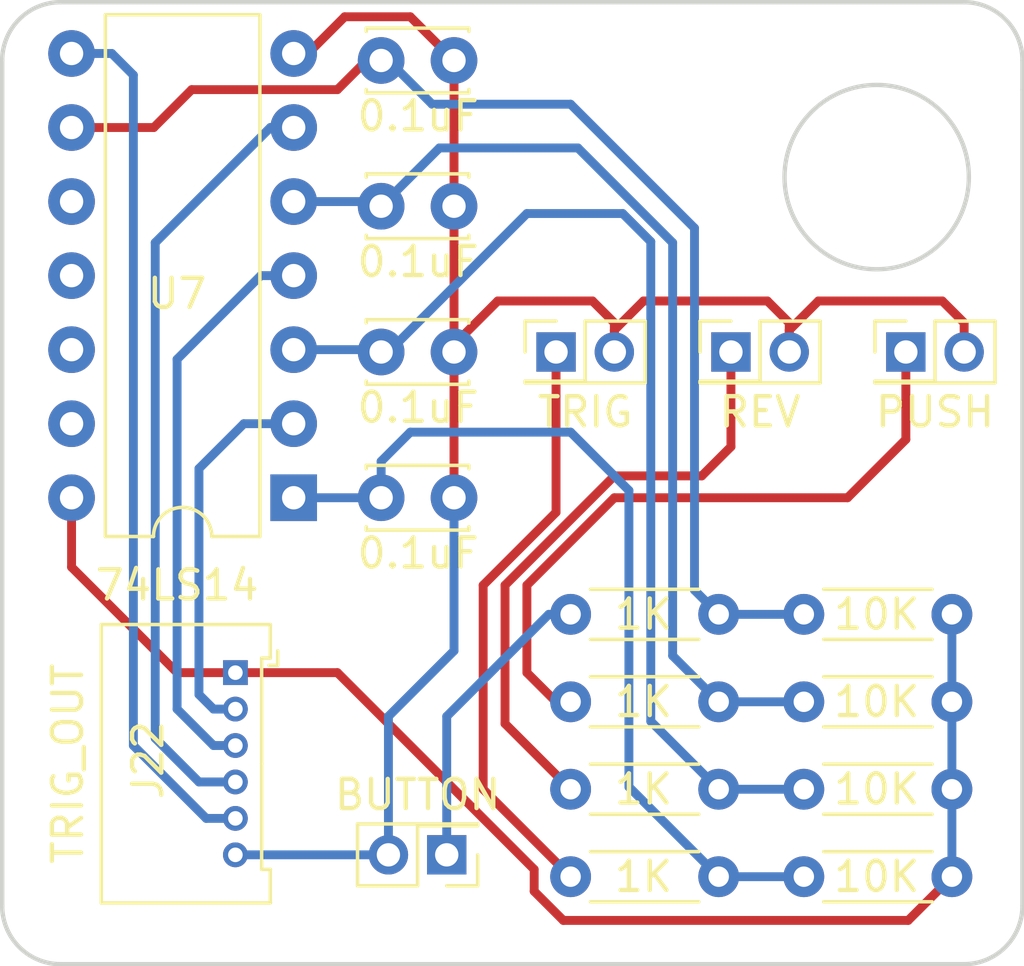
<source format=kicad_pcb>
(kicad_pcb (version 4) (host pcbnew 4.0.7)

  (general
    (links 34)
    (no_connects 0)
    (area 221.922999 92.289999 257.073001 125.440001)
    (thickness 1.6)
    (drawings 19)
    (tracks 116)
    (zones 0)
    (modules 18)
    (nets 15)
  )

  (page A4)
  (title_block
    (date "lun. 30 mars 2015")
  )

  (layers
    (0 F.Cu signal)
    (31 B.Cu signal)
    (32 B.Adhes user)
    (33 F.Adhes user)
    (34 B.Paste user)
    (35 F.Paste user)
    (36 B.SilkS user)
    (37 F.SilkS user)
    (38 B.Mask user)
    (39 F.Mask user)
    (40 Dwgs.User user hide)
    (41 Cmts.User user)
    (42 Eco1.User user)
    (43 Eco2.User user)
    (44 Edge.Cuts user)
    (45 Margin user)
    (46 B.CrtYd user)
    (47 F.CrtYd user)
    (48 B.Fab user)
    (49 F.Fab user)
  )

  (setup
    (last_trace_width 0.25)
    (user_trace_width 0.254)
    (user_trace_width 0.3048)
    (user_trace_width 0.4064)
    (user_trace_width 0.6096)
    (user_trace_width 0.9144)
    (user_trace_width 1.524)
    (user_trace_width 2.032)
    (trace_clearance 0.2)
    (zone_clearance 0.35)
    (zone_45_only no)
    (trace_min 0.2)
    (segment_width 0.15)
    (edge_width 0.15)
    (via_size 0.6)
    (via_drill 0.4)
    (via_min_size 0.4)
    (via_min_drill 0.3)
    (uvia_size 0.3)
    (uvia_drill 0.1)
    (uvias_allowed no)
    (uvia_min_size 0.2)
    (uvia_min_drill 0.1)
    (pcb_text_width 0.3)
    (pcb_text_size 1.5 1.5)
    (mod_edge_width 0.15)
    (mod_text_size 1 1)
    (mod_text_width 0.15)
    (pad_size 3 3)
    (pad_drill 3)
    (pad_to_mask_clearance 0)
    (aux_axis_origin 110.998 126.365)
    (grid_origin 110.998 126.365)
    (visible_elements 7FFFFFFF)
    (pcbplotparams
      (layerselection 0x010f0_80000001)
      (usegerberextensions true)
      (excludeedgelayer true)
      (linewidth 0.100000)
      (plotframeref false)
      (viasonmask false)
      (mode 1)
      (useauxorigin false)
      (hpglpennumber 1)
      (hpglpenspeed 20)
      (hpglpendiameter 15)
      (hpglpenoverlay 2)
      (psnegative false)
      (psa4output false)
      (plotreference true)
      (plotvalue true)
      (plotinvisibletext false)
      (padsonsilk false)
      (subtractmaskfromsilk false)
      (outputformat 1)
      (mirror false)
      (drillshape 0)
      (scaleselection 1)
      (outputdirectory gerbers/))
  )

  (net 0 "")
  (net 1 GND)
  (net 2 VCC)
  (net 3 /TRIG)
  (net 4 "Net-(C6-Pad1)")
  (net 5 "Net-(C7-Pad1)")
  (net 6 "Net-(C8-Pad1)")
  (net 7 "Net-(C10-Pad1)")
  (net 8 "Net-(J6-Pad1)")
  (net 9 "Net-(J19-Pad1)")
  (net 10 "Net-(J20-Pad1)")
  (net 11 "Net-(J21-Pad1)")
  (net 12 /REV)
  (net 13 /PUSHER)
  (net 14 /BUTTON)

  (net_class Default "This is the default net class."
    (clearance 0.2)
    (trace_width 0.25)
    (via_dia 0.6)
    (via_drill 0.4)
    (uvia_dia 0.3)
    (uvia_drill 0.1)
    (add_net /BUTTON)
    (add_net /PUSHER)
    (add_net /REV)
    (add_net /TRIG)
    (add_net GND)
    (add_net "Net-(C10-Pad1)")
    (add_net "Net-(C6-Pad1)")
    (add_net "Net-(C7-Pad1)")
    (add_net "Net-(C8-Pad1)")
    (add_net "Net-(J19-Pad1)")
    (add_net "Net-(J20-Pad1)")
    (add_net "Net-(J21-Pad1)")
    (add_net "Net-(J6-Pad1)")
    (add_net VCC)
  )

  (module footprints:R__P5.08mm (layer F.Cu) (tedit 5CE6B6CD) (tstamp 5CDF7B01)
    (at 251.998 116.365)
    (descr "Resistor, Axial_DIN0204 series, Axial, Horizontal, pin pitch=5.08mm, 0.16666666666666666W = 1/6W, length*diameter=3.6*1.6mm^2, http://cdn-reichelt.de/documents/datenblatt/B400/1_4W%23YAG.pdf")
    (tags "Resistor Axial_DIN0204 series Axial Horizontal pin pitch 5.08mm 0.16666666666666666W = 1/6W length 3.6mm diameter 1.6mm")
    (path /5CE121EF)
    (fp_text reference R10 (at 0 0) (layer F.SilkS) hide
      (effects (font (size 1 1) (thickness 0.15)))
    )
    (fp_text value 10K (at 0 0) (layer F.SilkS)
      (effects (font (size 1 1) (thickness 0.15)))
    )
    (fp_line (start -1.76 -0.8) (end -1.76 0.8) (layer F.Fab) (width 0.1))
    (fp_line (start -1.76 0.8) (end 1.84 0.8) (layer F.Fab) (width 0.1))
    (fp_line (start 1.84 0.8) (end 1.84 -0.8) (layer F.Fab) (width 0.1))
    (fp_line (start 1.84 -0.8) (end -1.76 -0.8) (layer F.Fab) (width 0.1))
    (fp_line (start -2.5 0) (end -1.76 0) (layer F.Fab) (width 0.1))
    (fp_line (start 2.58 0) (end 1.84 0) (layer F.Fab) (width 0.1))
    (fp_line (start -1.82 -0.86) (end 1.9 -0.86) (layer F.SilkS) (width 0.12))
    (fp_line (start -1.82 0.86) (end 1.9 0.86) (layer F.SilkS) (width 0.12))
    (fp_line (start -3.45 -1.15) (end -3.45 1.15) (layer F.CrtYd) (width 0.05))
    (fp_line (start -3.45 1.15) (end 3.55 1.15) (layer F.CrtYd) (width 0.05))
    (fp_line (start 3.55 1.15) (end 3.55 -1.15) (layer F.CrtYd) (width 0.05))
    (fp_line (start 3.55 -1.15) (end -3.45 -1.15) (layer F.CrtYd) (width 0.05))
    (pad 1 thru_hole circle (at -2.5 0) (size 1.4 1.4) (drill 0.7) (layers *.Cu *.Mask)
      (net 6 "Net-(C8-Pad1)"))
    (pad 2 thru_hole oval (at 2.58 0) (size 1.4 1.4) (drill 0.7) (layers *.Cu *.Mask)
      (net 2 VCC))
    (model ${KISYS3DMOD}/Resistors_THT.3dshapes/R_Axial_DIN0204_L3.6mm_D1.6mm_P5.08mm_Horizontal.wrl
      (at (xyz 0 0 0))
      (scale (xyz 0.393701 0.393701 0.393701))
      (rotate (xyz 0 0 0))
    )
  )

  (module footprints:R__P5.08mm (layer F.Cu) (tedit 5CE6B6CD) (tstamp 5CDF7E49)
    (at 251.998 122.365)
    (descr "Resistor, Axial_DIN0204 series, Axial, Horizontal, pin pitch=5.08mm, 0.16666666666666666W = 1/6W, length*diameter=3.6*1.6mm^2, http://cdn-reichelt.de/documents/datenblatt/B400/1_4W%23YAG.pdf")
    (tags "Resistor Axial_DIN0204 series Axial Horizontal pin pitch 5.08mm 0.16666666666666666W = 1/6W length 3.6mm diameter 1.6mm")
    (path /5CE0DBDA)
    (fp_text reference R4 (at 0 0) (layer F.SilkS) hide
      (effects (font (size 1 1) (thickness 0.15)))
    )
    (fp_text value 10K (at 0 0) (layer F.SilkS)
      (effects (font (size 1 1) (thickness 0.15)))
    )
    (fp_line (start -1.76 -0.8) (end -1.76 0.8) (layer F.Fab) (width 0.1))
    (fp_line (start -1.76 0.8) (end 1.84 0.8) (layer F.Fab) (width 0.1))
    (fp_line (start 1.84 0.8) (end 1.84 -0.8) (layer F.Fab) (width 0.1))
    (fp_line (start 1.84 -0.8) (end -1.76 -0.8) (layer F.Fab) (width 0.1))
    (fp_line (start -2.5 0) (end -1.76 0) (layer F.Fab) (width 0.1))
    (fp_line (start 2.58 0) (end 1.84 0) (layer F.Fab) (width 0.1))
    (fp_line (start -1.82 -0.86) (end 1.9 -0.86) (layer F.SilkS) (width 0.12))
    (fp_line (start -1.82 0.86) (end 1.9 0.86) (layer F.SilkS) (width 0.12))
    (fp_line (start -3.45 -1.15) (end -3.45 1.15) (layer F.CrtYd) (width 0.05))
    (fp_line (start -3.45 1.15) (end 3.55 1.15) (layer F.CrtYd) (width 0.05))
    (fp_line (start 3.55 1.15) (end 3.55 -1.15) (layer F.CrtYd) (width 0.05))
    (fp_line (start 3.55 -1.15) (end -3.45 -1.15) (layer F.CrtYd) (width 0.05))
    (pad 1 thru_hole circle (at -2.5 0) (size 1.4 1.4) (drill 0.7) (layers *.Cu *.Mask)
      (net 4 "Net-(C6-Pad1)"))
    (pad 2 thru_hole oval (at 2.58 0) (size 1.4 1.4) (drill 0.7) (layers *.Cu *.Mask)
      (net 2 VCC))
    (model ${KISYS3DMOD}/Resistors_THT.3dshapes/R_Axial_DIN0204_L3.6mm_D1.6mm_P5.08mm_Horizontal.wrl
      (at (xyz 0 0 0))
      (scale (xyz 0.393701 0.393701 0.393701))
      (rotate (xyz 0 0 0))
    )
  )

  (module footprints:R__P5.08mm (layer F.Cu) (tedit 5CE6B6CD) (tstamp 5CDF7E55)
    (at 251.998 119.365)
    (descr "Resistor, Axial_DIN0204 series, Axial, Horizontal, pin pitch=5.08mm, 0.16666666666666666W = 1/6W, length*diameter=3.6*1.6mm^2, http://cdn-reichelt.de/documents/datenblatt/B400/1_4W%23YAG.pdf")
    (tags "Resistor Axial_DIN0204 series Axial Horizontal pin pitch 5.08mm 0.16666666666666666W = 1/6W length 3.6mm diameter 1.6mm")
    (path /5CE1198B)
    (fp_text reference R6 (at 0 0) (layer F.SilkS) hide
      (effects (font (size 1 1) (thickness 0.15)))
    )
    (fp_text value 10K (at 0 0) (layer F.SilkS)
      (effects (font (size 1 1) (thickness 0.15)))
    )
    (fp_line (start -1.76 -0.8) (end -1.76 0.8) (layer F.Fab) (width 0.1))
    (fp_line (start -1.76 0.8) (end 1.84 0.8) (layer F.Fab) (width 0.1))
    (fp_line (start 1.84 0.8) (end 1.84 -0.8) (layer F.Fab) (width 0.1))
    (fp_line (start 1.84 -0.8) (end -1.76 -0.8) (layer F.Fab) (width 0.1))
    (fp_line (start -2.5 0) (end -1.76 0) (layer F.Fab) (width 0.1))
    (fp_line (start 2.58 0) (end 1.84 0) (layer F.Fab) (width 0.1))
    (fp_line (start -1.82 -0.86) (end 1.9 -0.86) (layer F.SilkS) (width 0.12))
    (fp_line (start -1.82 0.86) (end 1.9 0.86) (layer F.SilkS) (width 0.12))
    (fp_line (start -3.45 -1.15) (end -3.45 1.15) (layer F.CrtYd) (width 0.05))
    (fp_line (start -3.45 1.15) (end 3.55 1.15) (layer F.CrtYd) (width 0.05))
    (fp_line (start 3.55 1.15) (end 3.55 -1.15) (layer F.CrtYd) (width 0.05))
    (fp_line (start 3.55 -1.15) (end -3.45 -1.15) (layer F.CrtYd) (width 0.05))
    (pad 1 thru_hole circle (at -2.5 0) (size 1.4 1.4) (drill 0.7) (layers *.Cu *.Mask)
      (net 5 "Net-(C7-Pad1)"))
    (pad 2 thru_hole oval (at 2.58 0) (size 1.4 1.4) (drill 0.7) (layers *.Cu *.Mask)
      (net 2 VCC))
    (model ${KISYS3DMOD}/Resistors_THT.3dshapes/R_Axial_DIN0204_L3.6mm_D1.6mm_P5.08mm_Horizontal.wrl
      (at (xyz 0 0 0))
      (scale (xyz 0.393701 0.393701 0.393701))
      (rotate (xyz 0 0 0))
    )
  )

  (module footprints:R__P5.08mm (layer F.Cu) (tedit 5CE6B6CD) (tstamp 5CDF7B07)
    (at 243.998 116.365)
    (descr "Resistor, Axial_DIN0204 series, Axial, Horizontal, pin pitch=5.08mm, 0.16666666666666666W = 1/6W, length*diameter=3.6*1.6mm^2, http://cdn-reichelt.de/documents/datenblatt/B400/1_4W%23YAG.pdf")
    (tags "Resistor Axial_DIN0204 series Axial Horizontal pin pitch 5.08mm 0.16666666666666666W = 1/6W length 3.6mm diameter 1.6mm")
    (path /5CE121F5)
    (fp_text reference R11 (at 0 0) (layer F.SilkS) hide
      (effects (font (size 1 1) (thickness 0.15)))
    )
    (fp_text value 1K (at 0 0) (layer F.SilkS)
      (effects (font (size 1 1) (thickness 0.15)))
    )
    (fp_line (start -1.76 -0.8) (end -1.76 0.8) (layer F.Fab) (width 0.1))
    (fp_line (start -1.76 0.8) (end 1.84 0.8) (layer F.Fab) (width 0.1))
    (fp_line (start 1.84 0.8) (end 1.84 -0.8) (layer F.Fab) (width 0.1))
    (fp_line (start 1.84 -0.8) (end -1.76 -0.8) (layer F.Fab) (width 0.1))
    (fp_line (start -2.5 0) (end -1.76 0) (layer F.Fab) (width 0.1))
    (fp_line (start 2.58 0) (end 1.84 0) (layer F.Fab) (width 0.1))
    (fp_line (start -1.82 -0.86) (end 1.9 -0.86) (layer F.SilkS) (width 0.12))
    (fp_line (start -1.82 0.86) (end 1.9 0.86) (layer F.SilkS) (width 0.12))
    (fp_line (start -3.45 -1.15) (end -3.45 1.15) (layer F.CrtYd) (width 0.05))
    (fp_line (start -3.45 1.15) (end 3.55 1.15) (layer F.CrtYd) (width 0.05))
    (fp_line (start 3.55 1.15) (end 3.55 -1.15) (layer F.CrtYd) (width 0.05))
    (fp_line (start 3.55 -1.15) (end -3.45 -1.15) (layer F.CrtYd) (width 0.05))
    (pad 1 thru_hole circle (at -2.5 0) (size 1.4 1.4) (drill 0.7) (layers *.Cu *.Mask)
      (net 10 "Net-(J20-Pad1)"))
    (pad 2 thru_hole oval (at 2.58 0) (size 1.4 1.4) (drill 0.7) (layers *.Cu *.Mask)
      (net 6 "Net-(C8-Pad1)"))
    (model ${KISYS3DMOD}/Resistors_THT.3dshapes/R_Axial_DIN0204_L3.6mm_D1.6mm_P5.08mm_Horizontal.wrl
      (at (xyz 0 0 0))
      (scale (xyz 0.393701 0.393701 0.393701))
      (rotate (xyz 0 0 0))
    )
  )

  (module footprints:R__P5.08mm (layer F.Cu) (tedit 5CE6B6CD) (tstamp 5CDF7E5B)
    (at 243.998 119.365)
    (descr "Resistor, Axial_DIN0204 series, Axial, Horizontal, pin pitch=5.08mm, 0.16666666666666666W = 1/6W, length*diameter=3.6*1.6mm^2, http://cdn-reichelt.de/documents/datenblatt/B400/1_4W%23YAG.pdf")
    (tags "Resistor Axial_DIN0204 series Axial Horizontal pin pitch 5.08mm 0.16666666666666666W = 1/6W length 3.6mm diameter 1.6mm")
    (path /5CE11991)
    (fp_text reference R7 (at 0 0) (layer F.SilkS) hide
      (effects (font (size 1 1) (thickness 0.15)))
    )
    (fp_text value 1K (at 0 0) (layer F.SilkS)
      (effects (font (size 1 1) (thickness 0.15)))
    )
    (fp_line (start -1.76 -0.8) (end -1.76 0.8) (layer F.Fab) (width 0.1))
    (fp_line (start -1.76 0.8) (end 1.84 0.8) (layer F.Fab) (width 0.1))
    (fp_line (start 1.84 0.8) (end 1.84 -0.8) (layer F.Fab) (width 0.1))
    (fp_line (start 1.84 -0.8) (end -1.76 -0.8) (layer F.Fab) (width 0.1))
    (fp_line (start -2.5 0) (end -1.76 0) (layer F.Fab) (width 0.1))
    (fp_line (start 2.58 0) (end 1.84 0) (layer F.Fab) (width 0.1))
    (fp_line (start -1.82 -0.86) (end 1.9 -0.86) (layer F.SilkS) (width 0.12))
    (fp_line (start -1.82 0.86) (end 1.9 0.86) (layer F.SilkS) (width 0.12))
    (fp_line (start -3.45 -1.15) (end -3.45 1.15) (layer F.CrtYd) (width 0.05))
    (fp_line (start -3.45 1.15) (end 3.55 1.15) (layer F.CrtYd) (width 0.05))
    (fp_line (start 3.55 1.15) (end 3.55 -1.15) (layer F.CrtYd) (width 0.05))
    (fp_line (start 3.55 -1.15) (end -3.45 -1.15) (layer F.CrtYd) (width 0.05))
    (pad 1 thru_hole circle (at -2.5 0) (size 1.4 1.4) (drill 0.7) (layers *.Cu *.Mask)
      (net 8 "Net-(J6-Pad1)"))
    (pad 2 thru_hole oval (at 2.58 0) (size 1.4 1.4) (drill 0.7) (layers *.Cu *.Mask)
      (net 5 "Net-(C7-Pad1)"))
    (model ${KISYS3DMOD}/Resistors_THT.3dshapes/R_Axial_DIN0204_L3.6mm_D1.6mm_P5.08mm_Horizontal.wrl
      (at (xyz 0 0 0))
      (scale (xyz 0.393701 0.393701 0.393701))
      (rotate (xyz 0 0 0))
    )
  )

  (module footprints:R__P5.08mm (layer F.Cu) (tedit 5CE6B6CD) (tstamp 5CDF7E4F)
    (at 243.998 122.365)
    (descr "Resistor, Axial_DIN0204 series, Axial, Horizontal, pin pitch=5.08mm, 0.16666666666666666W = 1/6W, length*diameter=3.6*1.6mm^2, http://cdn-reichelt.de/documents/datenblatt/B400/1_4W%23YAG.pdf")
    (tags "Resistor Axial_DIN0204 series Axial Horizontal pin pitch 5.08mm 0.16666666666666666W = 1/6W length 3.6mm diameter 1.6mm")
    (path /5CE0DCF4)
    (fp_text reference R5 (at 0 0) (layer F.SilkS) hide
      (effects (font (size 1 1) (thickness 0.15)))
    )
    (fp_text value 1K (at 0 0) (layer F.SilkS)
      (effects (font (size 1 1) (thickness 0.15)))
    )
    (fp_line (start -1.76 -0.8) (end -1.76 0.8) (layer F.Fab) (width 0.1))
    (fp_line (start -1.76 0.8) (end 1.84 0.8) (layer F.Fab) (width 0.1))
    (fp_line (start 1.84 0.8) (end 1.84 -0.8) (layer F.Fab) (width 0.1))
    (fp_line (start 1.84 -0.8) (end -1.76 -0.8) (layer F.Fab) (width 0.1))
    (fp_line (start -2.5 0) (end -1.76 0) (layer F.Fab) (width 0.1))
    (fp_line (start 2.58 0) (end 1.84 0) (layer F.Fab) (width 0.1))
    (fp_line (start -1.82 -0.86) (end 1.9 -0.86) (layer F.SilkS) (width 0.12))
    (fp_line (start -1.82 0.86) (end 1.9 0.86) (layer F.SilkS) (width 0.12))
    (fp_line (start -3.45 -1.15) (end -3.45 1.15) (layer F.CrtYd) (width 0.05))
    (fp_line (start -3.45 1.15) (end 3.55 1.15) (layer F.CrtYd) (width 0.05))
    (fp_line (start 3.55 1.15) (end 3.55 -1.15) (layer F.CrtYd) (width 0.05))
    (fp_line (start 3.55 -1.15) (end -3.45 -1.15) (layer F.CrtYd) (width 0.05))
    (pad 1 thru_hole circle (at -2.5 0) (size 1.4 1.4) (drill 0.7) (layers *.Cu *.Mask)
      (net 9 "Net-(J19-Pad1)"))
    (pad 2 thru_hole oval (at 2.58 0) (size 1.4 1.4) (drill 0.7) (layers *.Cu *.Mask)
      (net 4 "Net-(C6-Pad1)"))
    (model ${KISYS3DMOD}/Resistors_THT.3dshapes/R_Axial_DIN0204_L3.6mm_D1.6mm_P5.08mm_Horizontal.wrl
      (at (xyz 0 0 0))
      (scale (xyz 0.393701 0.393701 0.393701))
      (rotate (xyz 0 0 0))
    )
  )

  (module footprints:C_Disc_D3.4mm_W2.1mm_P2.50mm (layer F.Cu) (tedit 5CE5B76E) (tstamp 5CE76671)
    (at 234.998 109.365)
    (descr "C, Disc series, Radial, pin pitch=2.50mm, , diameter*width=3.4*2.1mm^2, Capacitor, http://www.vishay.com/docs/45233/krseries.pdf")
    (tags "C Disc series Radial pin pitch 2.50mm  diameter 3.4mm width 2.1mm Capacitor")
    (path /5CE0DDB2)
    (fp_text reference C6 (at 1.25 -2.36) (layer F.SilkS) hide
      (effects (font (size 1 1) (thickness 0.15)))
    )
    (fp_text value 0.1uF (at 1.27 1.905) (layer F.SilkS)
      (effects (font (size 1 1) (thickness 0.15)))
    )
    (fp_line (start -0.45 -1.05) (end -0.45 1.05) (layer F.Fab) (width 0.1))
    (fp_line (start -0.45 1.05) (end 2.95 1.05) (layer F.Fab) (width 0.1))
    (fp_line (start 2.95 1.05) (end 2.95 -1.05) (layer F.Fab) (width 0.1))
    (fp_line (start 2.95 -1.05) (end -0.45 -1.05) (layer F.Fab) (width 0.1))
    (fp_line (start -0.51 -1.11) (end 3.01 -1.11) (layer F.SilkS) (width 0.12))
    (fp_line (start -0.51 1.11) (end 3.01 1.11) (layer F.SilkS) (width 0.12))
    (fp_line (start -0.51 -1.11) (end -0.51 -0.996) (layer F.SilkS) (width 0.12))
    (fp_line (start -0.51 0.996) (end -0.51 1.11) (layer F.SilkS) (width 0.12))
    (fp_line (start 3.01 -1.11) (end 3.01 -0.996) (layer F.SilkS) (width 0.12))
    (fp_line (start 3.01 0.996) (end 3.01 1.11) (layer F.SilkS) (width 0.12))
    (fp_line (start -1.05 -1.4) (end -1.05 1.4) (layer F.CrtYd) (width 0.05))
    (fp_line (start -1.05 1.4) (end 3.55 1.4) (layer F.CrtYd) (width 0.05))
    (fp_line (start 3.55 1.4) (end 3.55 -1.4) (layer F.CrtYd) (width 0.05))
    (fp_line (start 3.55 -1.4) (end -1.05 -1.4) (layer F.CrtYd) (width 0.05))
    (fp_text user %R (at 1.25 0) (layer F.Fab)
      (effects (font (size 1 1) (thickness 0.15)))
    )
    (pad 1 thru_hole circle (at 0 0) (size 1.6 1.6) (drill 0.8) (layers *.Cu *.Mask)
      (net 4 "Net-(C6-Pad1)"))
    (pad 2 thru_hole circle (at 2.5 0) (size 1.6 1.6) (drill 0.8) (layers *.Cu *.Mask)
      (net 1 GND))
    (model ${KISYS3DMOD}/Capacitors_THT.3dshapes/C_Disc_D3.4mm_W2.1mm_P2.50mm.wrl
      (at (xyz 0 0 0))
      (scale (xyz 1 1 1))
      (rotate (xyz 0 0 0))
    )
  )

  (module footprints:C_Disc_D3.4mm_W2.1mm_P2.50mm (layer F.Cu) (tedit 5CE5B76E) (tstamp 5CE76685)
    (at 234.998 104.365)
    (descr "C, Disc series, Radial, pin pitch=2.50mm, , diameter*width=3.4*2.1mm^2, Capacitor, http://www.vishay.com/docs/45233/krseries.pdf")
    (tags "C Disc series Radial pin pitch 2.50mm  diameter 3.4mm width 2.1mm Capacitor")
    (path /5CE11997)
    (fp_text reference C7 (at 1.25 -2.36) (layer F.SilkS) hide
      (effects (font (size 1 1) (thickness 0.15)))
    )
    (fp_text value 0.1uF (at 1.27 1.905) (layer F.SilkS)
      (effects (font (size 1 1) (thickness 0.15)))
    )
    (fp_line (start -0.45 -1.05) (end -0.45 1.05) (layer F.Fab) (width 0.1))
    (fp_line (start -0.45 1.05) (end 2.95 1.05) (layer F.Fab) (width 0.1))
    (fp_line (start 2.95 1.05) (end 2.95 -1.05) (layer F.Fab) (width 0.1))
    (fp_line (start 2.95 -1.05) (end -0.45 -1.05) (layer F.Fab) (width 0.1))
    (fp_line (start -0.51 -1.11) (end 3.01 -1.11) (layer F.SilkS) (width 0.12))
    (fp_line (start -0.51 1.11) (end 3.01 1.11) (layer F.SilkS) (width 0.12))
    (fp_line (start -0.51 -1.11) (end -0.51 -0.996) (layer F.SilkS) (width 0.12))
    (fp_line (start -0.51 0.996) (end -0.51 1.11) (layer F.SilkS) (width 0.12))
    (fp_line (start 3.01 -1.11) (end 3.01 -0.996) (layer F.SilkS) (width 0.12))
    (fp_line (start 3.01 0.996) (end 3.01 1.11) (layer F.SilkS) (width 0.12))
    (fp_line (start -1.05 -1.4) (end -1.05 1.4) (layer F.CrtYd) (width 0.05))
    (fp_line (start -1.05 1.4) (end 3.55 1.4) (layer F.CrtYd) (width 0.05))
    (fp_line (start 3.55 1.4) (end 3.55 -1.4) (layer F.CrtYd) (width 0.05))
    (fp_line (start 3.55 -1.4) (end -1.05 -1.4) (layer F.CrtYd) (width 0.05))
    (fp_text user %R (at 1.25 0) (layer F.Fab)
      (effects (font (size 1 1) (thickness 0.15)))
    )
    (pad 1 thru_hole circle (at 0 0) (size 1.6 1.6) (drill 0.8) (layers *.Cu *.Mask)
      (net 5 "Net-(C7-Pad1)"))
    (pad 2 thru_hole circle (at 2.5 0) (size 1.6 1.6) (drill 0.8) (layers *.Cu *.Mask)
      (net 1 GND))
    (model ${KISYS3DMOD}/Capacitors_THT.3dshapes/C_Disc_D3.4mm_W2.1mm_P2.50mm.wrl
      (at (xyz 0 0 0))
      (scale (xyz 1 1 1))
      (rotate (xyz 0 0 0))
    )
  )

  (module footprints:C_Disc_D3.4mm_W2.1mm_P2.50mm (layer F.Cu) (tedit 5CE5B76E) (tstamp 5CE76699)
    (at 234.998 99.365)
    (descr "C, Disc series, Radial, pin pitch=2.50mm, , diameter*width=3.4*2.1mm^2, Capacitor, http://www.vishay.com/docs/45233/krseries.pdf")
    (tags "C Disc series Radial pin pitch 2.50mm  diameter 3.4mm width 2.1mm Capacitor")
    (path /5CE121FB)
    (fp_text reference C8 (at 1.25 -2.36) (layer F.SilkS) hide
      (effects (font (size 1 1) (thickness 0.15)))
    )
    (fp_text value 0.1uF (at 1.27 1.905) (layer F.SilkS)
      (effects (font (size 1 1) (thickness 0.15)))
    )
    (fp_line (start -0.45 -1.05) (end -0.45 1.05) (layer F.Fab) (width 0.1))
    (fp_line (start -0.45 1.05) (end 2.95 1.05) (layer F.Fab) (width 0.1))
    (fp_line (start 2.95 1.05) (end 2.95 -1.05) (layer F.Fab) (width 0.1))
    (fp_line (start 2.95 -1.05) (end -0.45 -1.05) (layer F.Fab) (width 0.1))
    (fp_line (start -0.51 -1.11) (end 3.01 -1.11) (layer F.SilkS) (width 0.12))
    (fp_line (start -0.51 1.11) (end 3.01 1.11) (layer F.SilkS) (width 0.12))
    (fp_line (start -0.51 -1.11) (end -0.51 -0.996) (layer F.SilkS) (width 0.12))
    (fp_line (start -0.51 0.996) (end -0.51 1.11) (layer F.SilkS) (width 0.12))
    (fp_line (start 3.01 -1.11) (end 3.01 -0.996) (layer F.SilkS) (width 0.12))
    (fp_line (start 3.01 0.996) (end 3.01 1.11) (layer F.SilkS) (width 0.12))
    (fp_line (start -1.05 -1.4) (end -1.05 1.4) (layer F.CrtYd) (width 0.05))
    (fp_line (start -1.05 1.4) (end 3.55 1.4) (layer F.CrtYd) (width 0.05))
    (fp_line (start 3.55 1.4) (end 3.55 -1.4) (layer F.CrtYd) (width 0.05))
    (fp_line (start 3.55 -1.4) (end -1.05 -1.4) (layer F.CrtYd) (width 0.05))
    (fp_text user %R (at 1.25 0) (layer F.Fab)
      (effects (font (size 1 1) (thickness 0.15)))
    )
    (pad 1 thru_hole circle (at 0 0) (size 1.6 1.6) (drill 0.8) (layers *.Cu *.Mask)
      (net 6 "Net-(C8-Pad1)"))
    (pad 2 thru_hole circle (at 2.5 0) (size 1.6 1.6) (drill 0.8) (layers *.Cu *.Mask)
      (net 1 GND))
    (model ${KISYS3DMOD}/Capacitors_THT.3dshapes/C_Disc_D3.4mm_W2.1mm_P2.50mm.wrl
      (at (xyz 0 0 0))
      (scale (xyz 1 1 1))
      (rotate (xyz 0 0 0))
    )
  )

  (module footprints:C_Disc_D3.4mm_W2.1mm_P2.50mm (layer F.Cu) (tedit 5CE5B76E) (tstamp 5CF7D7FB)
    (at 234.998 94.365)
    (descr "C, Disc series, Radial, pin pitch=2.50mm, , diameter*width=3.4*2.1mm^2, Capacitor, http://www.vishay.com/docs/45233/krseries.pdf")
    (tags "C Disc series Radial pin pitch 2.50mm  diameter 3.4mm width 2.1mm Capacitor")
    (path /5CFBC345)
    (fp_text reference C10 (at 1.25 -2.36) (layer F.SilkS) hide
      (effects (font (size 1 1) (thickness 0.15)))
    )
    (fp_text value 0.1uF (at 1.27 1.905) (layer F.SilkS)
      (effects (font (size 1 1) (thickness 0.15)))
    )
    (fp_line (start -0.45 -1.05) (end -0.45 1.05) (layer F.Fab) (width 0.1))
    (fp_line (start -0.45 1.05) (end 2.95 1.05) (layer F.Fab) (width 0.1))
    (fp_line (start 2.95 1.05) (end 2.95 -1.05) (layer F.Fab) (width 0.1))
    (fp_line (start 2.95 -1.05) (end -0.45 -1.05) (layer F.Fab) (width 0.1))
    (fp_line (start -0.51 -1.11) (end 3.01 -1.11) (layer F.SilkS) (width 0.12))
    (fp_line (start -0.51 1.11) (end 3.01 1.11) (layer F.SilkS) (width 0.12))
    (fp_line (start -0.51 -1.11) (end -0.51 -0.996) (layer F.SilkS) (width 0.12))
    (fp_line (start -0.51 0.996) (end -0.51 1.11) (layer F.SilkS) (width 0.12))
    (fp_line (start 3.01 -1.11) (end 3.01 -0.996) (layer F.SilkS) (width 0.12))
    (fp_line (start 3.01 0.996) (end 3.01 1.11) (layer F.SilkS) (width 0.12))
    (fp_line (start -1.05 -1.4) (end -1.05 1.4) (layer F.CrtYd) (width 0.05))
    (fp_line (start -1.05 1.4) (end 3.55 1.4) (layer F.CrtYd) (width 0.05))
    (fp_line (start 3.55 1.4) (end 3.55 -1.4) (layer F.CrtYd) (width 0.05))
    (fp_line (start 3.55 -1.4) (end -1.05 -1.4) (layer F.CrtYd) (width 0.05))
    (fp_text user %R (at 1.25 0) (layer F.Fab)
      (effects (font (size 1 1) (thickness 0.15)))
    )
    (pad 1 thru_hole circle (at 0 0) (size 1.6 1.6) (drill 0.8) (layers *.Cu *.Mask)
      (net 7 "Net-(C10-Pad1)"))
    (pad 2 thru_hole circle (at 2.5 0) (size 1.6 1.6) (drill 0.8) (layers *.Cu *.Mask)
      (net 1 GND))
    (model ${KISYS3DMOD}/Capacitors_THT.3dshapes/C_Disc_D3.4mm_W2.1mm_P2.50mm.wrl
      (at (xyz 0 0 0))
      (scale (xyz 1 1 1))
      (rotate (xyz 0 0 0))
    )
  )

  (module Pin_Headers:Pin_Header_Straight_2x01_Pitch2.00mm (layer F.Cu) (tedit 5CF81F42) (tstamp 5CF7D813)
    (at 240.998 104.365)
    (descr "Through hole straight pin header, 2x01, 2.00mm pitch, double rows")
    (tags "Through hole pin header THT 2x01 2.00mm double row")
    (path /5CFB4D63)
    (fp_text reference J19 (at 1 -2.06) (layer F.SilkS) hide
      (effects (font (size 1 1) (thickness 0.15)))
    )
    (fp_text value TRIG (at 1 2.06) (layer F.SilkS)
      (effects (font (size 1 1) (thickness 0.15)))
    )
    (fp_line (start 0 -1) (end 3 -1) (layer F.Fab) (width 0.1))
    (fp_line (start 3 -1) (end 3 1) (layer F.Fab) (width 0.1))
    (fp_line (start 3 1) (end -1 1) (layer F.Fab) (width 0.1))
    (fp_line (start -1 1) (end -1 0) (layer F.Fab) (width 0.1))
    (fp_line (start -1 0) (end 0 -1) (layer F.Fab) (width 0.1))
    (fp_line (start -1.06 1.06) (end 3.06 1.06) (layer F.SilkS) (width 0.12))
    (fp_line (start -1.06 1) (end -1.06 1.06) (layer F.SilkS) (width 0.12))
    (fp_line (start 3.06 -1.06) (end 3.06 1.06) (layer F.SilkS) (width 0.12))
    (fp_line (start -1.06 1) (end 1 1) (layer F.SilkS) (width 0.12))
    (fp_line (start 1 1) (end 1 -1.06) (layer F.SilkS) (width 0.12))
    (fp_line (start 1 -1.06) (end 3.06 -1.06) (layer F.SilkS) (width 0.12))
    (fp_line (start -1.06 0) (end -1.06 -1.06) (layer F.SilkS) (width 0.12))
    (fp_line (start -1.06 -1.06) (end 0 -1.06) (layer F.SilkS) (width 0.12))
    (fp_line (start -1.5 -1.5) (end -1.5 1.5) (layer F.CrtYd) (width 0.05))
    (fp_line (start -1.5 1.5) (end 3.5 1.5) (layer F.CrtYd) (width 0.05))
    (fp_line (start 3.5 1.5) (end 3.5 -1.5) (layer F.CrtYd) (width 0.05))
    (fp_line (start 3.5 -1.5) (end -1.5 -1.5) (layer F.CrtYd) (width 0.05))
    (fp_text user %R (at 1 0 90) (layer F.Fab)
      (effects (font (size 1 1) (thickness 0.15)))
    )
    (pad 1 thru_hole rect (at 0 0) (size 1.35 1.35) (drill 0.8) (layers *.Cu *.Mask)
      (net 9 "Net-(J19-Pad1)"))
    (pad 2 thru_hole oval (at 2 0) (size 1.35 1.35) (drill 0.8) (layers *.Cu *.Mask)
      (net 1 GND))
    (model ${KISYS3DMOD}/Pin_Headers.3dshapes/Pin_Header_Straight_2x01_Pitch2.00mm.wrl
      (at (xyz 0 0 0))
      (scale (xyz 1 1 1))
      (rotate (xyz 0 0 0))
    )
  )

  (module Pin_Headers:Pin_Header_Straight_2x01_Pitch2.00mm (layer F.Cu) (tedit 5CF81F38) (tstamp 5CF7D82B)
    (at 252.998 104.365)
    (descr "Through hole straight pin header, 2x01, 2.00mm pitch, double rows")
    (tags "Through hole pin header THT 2x01 2.00mm double row")
    (path /5CFB530C)
    (fp_text reference J20 (at 1 -2.06) (layer F.SilkS) hide
      (effects (font (size 1 1) (thickness 0.15)))
    )
    (fp_text value PUSH (at 1 2.06) (layer F.SilkS)
      (effects (font (size 1 1) (thickness 0.15)))
    )
    (fp_line (start 0 -1) (end 3 -1) (layer F.Fab) (width 0.1))
    (fp_line (start 3 -1) (end 3 1) (layer F.Fab) (width 0.1))
    (fp_line (start 3 1) (end -1 1) (layer F.Fab) (width 0.1))
    (fp_line (start -1 1) (end -1 0) (layer F.Fab) (width 0.1))
    (fp_line (start -1 0) (end 0 -1) (layer F.Fab) (width 0.1))
    (fp_line (start -1.06 1.06) (end 3.06 1.06) (layer F.SilkS) (width 0.12))
    (fp_line (start -1.06 1) (end -1.06 1.06) (layer F.SilkS) (width 0.12))
    (fp_line (start 3.06 -1.06) (end 3.06 1.06) (layer F.SilkS) (width 0.12))
    (fp_line (start -1.06 1) (end 1 1) (layer F.SilkS) (width 0.12))
    (fp_line (start 1 1) (end 1 -1.06) (layer F.SilkS) (width 0.12))
    (fp_line (start 1 -1.06) (end 3.06 -1.06) (layer F.SilkS) (width 0.12))
    (fp_line (start -1.06 0) (end -1.06 -1.06) (layer F.SilkS) (width 0.12))
    (fp_line (start -1.06 -1.06) (end 0 -1.06) (layer F.SilkS) (width 0.12))
    (fp_line (start -1.5 -1.5) (end -1.5 1.5) (layer F.CrtYd) (width 0.05))
    (fp_line (start -1.5 1.5) (end 3.5 1.5) (layer F.CrtYd) (width 0.05))
    (fp_line (start 3.5 1.5) (end 3.5 -1.5) (layer F.CrtYd) (width 0.05))
    (fp_line (start 3.5 -1.5) (end -1.5 -1.5) (layer F.CrtYd) (width 0.05))
    (fp_text user %R (at 1 0 90) (layer F.Fab)
      (effects (font (size 1 1) (thickness 0.15)))
    )
    (pad 1 thru_hole rect (at 0 0) (size 1.35 1.35) (drill 0.8) (layers *.Cu *.Mask)
      (net 10 "Net-(J20-Pad1)"))
    (pad 2 thru_hole oval (at 2 0) (size 1.35 1.35) (drill 0.8) (layers *.Cu *.Mask)
      (net 1 GND))
    (model ${KISYS3DMOD}/Pin_Headers.3dshapes/Pin_Header_Straight_2x01_Pitch2.00mm.wrl
      (at (xyz 0 0 0))
      (scale (xyz 1 1 1))
      (rotate (xyz 0 0 0))
    )
  )

  (module Pin_Headers:Pin_Header_Straight_2x01_Pitch2.00mm (layer F.Cu) (tedit 5CF81F29) (tstamp 5CF7D843)
    (at 237.248 121.615 180)
    (descr "Through hole straight pin header, 2x01, 2.00mm pitch, double rows")
    (tags "Through hole pin header THT 2x01 2.00mm double row")
    (path /5CFBC365)
    (fp_text reference J21 (at 1 -2.06 180) (layer F.SilkS) hide
      (effects (font (size 1 1) (thickness 0.15)))
    )
    (fp_text value BUTTON (at 1 2.06 180) (layer F.SilkS)
      (effects (font (size 1 1) (thickness 0.15)))
    )
    (fp_line (start 0 -1) (end 3 -1) (layer F.Fab) (width 0.1))
    (fp_line (start 3 -1) (end 3 1) (layer F.Fab) (width 0.1))
    (fp_line (start 3 1) (end -1 1) (layer F.Fab) (width 0.1))
    (fp_line (start -1 1) (end -1 0) (layer F.Fab) (width 0.1))
    (fp_line (start -1 0) (end 0 -1) (layer F.Fab) (width 0.1))
    (fp_line (start -1.06 1.06) (end 3.06 1.06) (layer F.SilkS) (width 0.12))
    (fp_line (start -1.06 1) (end -1.06 1.06) (layer F.SilkS) (width 0.12))
    (fp_line (start 3.06 -1.06) (end 3.06 1.06) (layer F.SilkS) (width 0.12))
    (fp_line (start -1.06 1) (end 1 1) (layer F.SilkS) (width 0.12))
    (fp_line (start 1 1) (end 1 -1.06) (layer F.SilkS) (width 0.12))
    (fp_line (start 1 -1.06) (end 3.06 -1.06) (layer F.SilkS) (width 0.12))
    (fp_line (start -1.06 0) (end -1.06 -1.06) (layer F.SilkS) (width 0.12))
    (fp_line (start -1.06 -1.06) (end 0 -1.06) (layer F.SilkS) (width 0.12))
    (fp_line (start -1.5 -1.5) (end -1.5 1.5) (layer F.CrtYd) (width 0.05))
    (fp_line (start -1.5 1.5) (end 3.5 1.5) (layer F.CrtYd) (width 0.05))
    (fp_line (start 3.5 1.5) (end 3.5 -1.5) (layer F.CrtYd) (width 0.05))
    (fp_line (start 3.5 -1.5) (end -1.5 -1.5) (layer F.CrtYd) (width 0.05))
    (fp_text user %R (at 1 0 270) (layer F.Fab)
      (effects (font (size 1 1) (thickness 0.15)))
    )
    (pad 1 thru_hole rect (at 0 0 180) (size 1.35 1.35) (drill 0.8) (layers *.Cu *.Mask)
      (net 11 "Net-(J21-Pad1)"))
    (pad 2 thru_hole oval (at 2 0 180) (size 1.35 1.35) (drill 0.8) (layers *.Cu *.Mask)
      (net 1 GND))
    (model ${KISYS3DMOD}/Pin_Headers.3dshapes/Pin_Header_Straight_2x01_Pitch2.00mm.wrl
      (at (xyz 0 0 0))
      (scale (xyz 1 1 1))
      (rotate (xyz 0 0 0))
    )
  )

  (module Connectors_Molex:Molex_PicoBlade_53048-0610_06x1.25mm_Angled (layer F.Cu) (tedit 5CF81F21) (tstamp 5CF7D870)
    (at 229.998 115.365 270)
    (descr "Molex PicoBlade, single row, side entry type, through hole, PN:53048-0610")
    (tags "connector molex picoblade")
    (path /5CFC06DE)
    (fp_text reference J22 (at 3 3 270) (layer F.SilkS)
      (effects (font (size 1 1) (thickness 0.15)))
    )
    (fp_text value TRIG_OUT (at 3.125 5.75 270) (layer F.SilkS)
      (effects (font (size 1 1) (thickness 0.15)))
    )
    (fp_line (start -0.25 -1.15) (end -0.25 -1.45) (layer F.SilkS) (width 0.12))
    (fp_line (start -0.25 -1.45) (end -0.75 -1.45) (layer F.SilkS) (width 0.12))
    (fp_line (start -0.25 -1.15) (end -0.25 -1.45) (layer F.Fab) (width 0.1))
    (fp_line (start -0.25 -1.45) (end -0.75 -1.45) (layer F.Fab) (width 0.1))
    (fp_line (start 3.1 -1.25) (end -0.15 -1.25) (layer F.CrtYd) (width 0.05))
    (fp_line (start -0.15 -1.25) (end -0.15 -1.55) (layer F.CrtYd) (width 0.05))
    (fp_line (start -0.15 -1.55) (end -2 -1.55) (layer F.CrtYd) (width 0.05))
    (fp_line (start -2 -1.55) (end -2 4.95) (layer F.CrtYd) (width 0.05))
    (fp_line (start -2 4.95) (end 3.1 4.95) (layer F.CrtYd) (width 0.05))
    (fp_line (start 3.1 -1.25) (end 6.4 -1.25) (layer F.CrtYd) (width 0.05))
    (fp_line (start 6.4 -1.25) (end 6.4 -1.55) (layer F.CrtYd) (width 0.05))
    (fp_line (start 6.4 -1.55) (end 8.25 -1.55) (layer F.CrtYd) (width 0.05))
    (fp_line (start 8.25 -1.55) (end 8.25 4.95) (layer F.CrtYd) (width 0.05))
    (fp_line (start 8.25 4.95) (end 3.1 4.95) (layer F.CrtYd) (width 0.05))
    (fp_line (start 3.125 -0.75) (end -0.65 -0.75) (layer F.Fab) (width 0.1))
    (fp_line (start -0.65 -0.75) (end -0.65 -1.05) (layer F.Fab) (width 0.1))
    (fp_line (start -0.65 -1.05) (end -1.5 -1.05) (layer F.Fab) (width 0.1))
    (fp_line (start -1.5 -1.05) (end -1.5 4.45) (layer F.Fab) (width 0.1))
    (fp_line (start -1.5 4.45) (end 3.125 4.45) (layer F.Fab) (width 0.1))
    (fp_line (start 3.125 -0.75) (end 6.9 -0.75) (layer F.Fab) (width 0.1))
    (fp_line (start 6.9 -0.75) (end 6.9 -1.05) (layer F.Fab) (width 0.1))
    (fp_line (start 6.9 -1.05) (end 7.75 -1.05) (layer F.Fab) (width 0.1))
    (fp_line (start 7.75 -1.05) (end 7.75 4.45) (layer F.Fab) (width 0.1))
    (fp_line (start 7.75 4.45) (end 3.125 4.45) (layer F.Fab) (width 0.1))
    (fp_line (start 3.125 -0.9) (end -0.5 -0.9) (layer F.SilkS) (width 0.12))
    (fp_line (start -0.5 -0.9) (end -0.5 -1.2) (layer F.SilkS) (width 0.12))
    (fp_line (start -0.5 -1.2) (end -1.65 -1.2) (layer F.SilkS) (width 0.12))
    (fp_line (start -1.65 -1.2) (end -1.65 4.6) (layer F.SilkS) (width 0.12))
    (fp_line (start -1.65 4.6) (end 3.125 4.6) (layer F.SilkS) (width 0.12))
    (fp_line (start 3.125 -0.9) (end 6.75 -0.9) (layer F.SilkS) (width 0.12))
    (fp_line (start 6.75 -0.9) (end 6.75 -1.2) (layer F.SilkS) (width 0.12))
    (fp_line (start 6.75 -1.2) (end 7.9 -1.2) (layer F.SilkS) (width 0.12))
    (fp_line (start 7.9 -1.2) (end 7.9 4.6) (layer F.SilkS) (width 0.12))
    (fp_line (start 7.9 4.6) (end 3.125 4.6) (layer F.SilkS) (width 0.12))
    (fp_text user %R (at 3.125 3 270) (layer F.Fab)
      (effects (font (size 1 1) (thickness 0.15)))
    )
    (pad 1 thru_hole rect (at 0 0 270) (size 0.85 0.85) (drill 0.5) (layers *.Cu *.Mask)
      (net 2 VCC))
    (pad 2 thru_hole circle (at 1.25 0 270) (size 0.85 0.85) (drill 0.5) (layers *.Cu *.Mask)
      (net 3 /TRIG))
    (pad 3 thru_hole circle (at 2.5 0 270) (size 0.85 0.85) (drill 0.5) (layers *.Cu *.Mask)
      (net 12 /REV))
    (pad 4 thru_hole circle (at 3.75 0 270) (size 0.85 0.85) (drill 0.5) (layers *.Cu *.Mask)
      (net 13 /PUSHER))
    (pad 5 thru_hole circle (at 5 0 270) (size 0.85 0.85) (drill 0.5) (layers *.Cu *.Mask)
      (net 14 /BUTTON))
    (pad 6 thru_hole circle (at 6.25 0 270) (size 0.85 0.85) (drill 0.5) (layers *.Cu *.Mask)
      (net 1 GND))
    (model ${KISYS3DMOD}/Connectors_Molex.3dshapes/Molex_PicoBlade_53048-0610_06x1.25mm_Angled.wrl
      (at (xyz 0 0 0))
      (scale (xyz 1 1 1))
      (rotate (xyz 0 0 0))
    )
  )

  (module footprints:R__P5.08mm (layer F.Cu) (tedit 5CE6B6CD) (tstamp 5CF7D8AF)
    (at 243.998 113.365)
    (descr "Resistor, Axial_DIN0204 series, Axial, Horizontal, pin pitch=5.08mm, 0.16666666666666666W = 1/6W, length*diameter=3.6*1.6mm^2, http://cdn-reichelt.de/documents/datenblatt/B400/1_4W%23YAG.pdf")
    (tags "Resistor Axial_DIN0204 series Axial Horizontal pin pitch 5.08mm 0.16666666666666666W = 1/6W length 3.6mm diameter 1.6mm")
    (path /5CFBC33F)
    (fp_text reference R18 (at 0 0) (layer F.SilkS) hide
      (effects (font (size 1 1) (thickness 0.15)))
    )
    (fp_text value 1K (at 0 0) (layer F.SilkS)
      (effects (font (size 1 1) (thickness 0.15)))
    )
    (fp_line (start -1.76 -0.8) (end -1.76 0.8) (layer F.Fab) (width 0.1))
    (fp_line (start -1.76 0.8) (end 1.84 0.8) (layer F.Fab) (width 0.1))
    (fp_line (start 1.84 0.8) (end 1.84 -0.8) (layer F.Fab) (width 0.1))
    (fp_line (start 1.84 -0.8) (end -1.76 -0.8) (layer F.Fab) (width 0.1))
    (fp_line (start -2.5 0) (end -1.76 0) (layer F.Fab) (width 0.1))
    (fp_line (start 2.58 0) (end 1.84 0) (layer F.Fab) (width 0.1))
    (fp_line (start -1.82 -0.86) (end 1.9 -0.86) (layer F.SilkS) (width 0.12))
    (fp_line (start -1.82 0.86) (end 1.9 0.86) (layer F.SilkS) (width 0.12))
    (fp_line (start -3.45 -1.15) (end -3.45 1.15) (layer F.CrtYd) (width 0.05))
    (fp_line (start -3.45 1.15) (end 3.55 1.15) (layer F.CrtYd) (width 0.05))
    (fp_line (start 3.55 1.15) (end 3.55 -1.15) (layer F.CrtYd) (width 0.05))
    (fp_line (start 3.55 -1.15) (end -3.45 -1.15) (layer F.CrtYd) (width 0.05))
    (pad 1 thru_hole circle (at -2.5 0) (size 1.4 1.4) (drill 0.7) (layers *.Cu *.Mask)
      (net 11 "Net-(J21-Pad1)"))
    (pad 2 thru_hole oval (at 2.58 0) (size 1.4 1.4) (drill 0.7) (layers *.Cu *.Mask)
      (net 7 "Net-(C10-Pad1)"))
    (model ${KISYS3DMOD}/Resistors_THT.3dshapes/R_Axial_DIN0204_L3.6mm_D1.6mm_P5.08mm_Horizontal.wrl
      (at (xyz 0 0 0))
      (scale (xyz 0.393701 0.393701 0.393701))
      (rotate (xyz 0 0 0))
    )
  )

  (module footprints:R__P5.08mm (layer F.Cu) (tedit 5CE6B6CD) (tstamp 5CF7D8C1)
    (at 251.998 113.365)
    (descr "Resistor, Axial_DIN0204 series, Axial, Horizontal, pin pitch=5.08mm, 0.16666666666666666W = 1/6W, length*diameter=3.6*1.6mm^2, http://cdn-reichelt.de/documents/datenblatt/B400/1_4W%23YAG.pdf")
    (tags "Resistor Axial_DIN0204 series Axial Horizontal pin pitch 5.08mm 0.16666666666666666W = 1/6W length 3.6mm diameter 1.6mm")
    (path /5CFBC339)
    (fp_text reference R19 (at 0 0) (layer F.SilkS) hide
      (effects (font (size 1 1) (thickness 0.15)))
    )
    (fp_text value 10K (at 0 0) (layer F.SilkS)
      (effects (font (size 1 1) (thickness 0.15)))
    )
    (fp_line (start -1.76 -0.8) (end -1.76 0.8) (layer F.Fab) (width 0.1))
    (fp_line (start -1.76 0.8) (end 1.84 0.8) (layer F.Fab) (width 0.1))
    (fp_line (start 1.84 0.8) (end 1.84 -0.8) (layer F.Fab) (width 0.1))
    (fp_line (start 1.84 -0.8) (end -1.76 -0.8) (layer F.Fab) (width 0.1))
    (fp_line (start -2.5 0) (end -1.76 0) (layer F.Fab) (width 0.1))
    (fp_line (start 2.58 0) (end 1.84 0) (layer F.Fab) (width 0.1))
    (fp_line (start -1.82 -0.86) (end 1.9 -0.86) (layer F.SilkS) (width 0.12))
    (fp_line (start -1.82 0.86) (end 1.9 0.86) (layer F.SilkS) (width 0.12))
    (fp_line (start -3.45 -1.15) (end -3.45 1.15) (layer F.CrtYd) (width 0.05))
    (fp_line (start -3.45 1.15) (end 3.55 1.15) (layer F.CrtYd) (width 0.05))
    (fp_line (start 3.55 1.15) (end 3.55 -1.15) (layer F.CrtYd) (width 0.05))
    (fp_line (start 3.55 -1.15) (end -3.45 -1.15) (layer F.CrtYd) (width 0.05))
    (pad 1 thru_hole circle (at -2.5 0) (size 1.4 1.4) (drill 0.7) (layers *.Cu *.Mask)
      (net 7 "Net-(C10-Pad1)"))
    (pad 2 thru_hole oval (at 2.58 0) (size 1.4 1.4) (drill 0.7) (layers *.Cu *.Mask)
      (net 2 VCC))
    (model ${KISYS3DMOD}/Resistors_THT.3dshapes/R_Axial_DIN0204_L3.6mm_D1.6mm_P5.08mm_Horizontal.wrl
      (at (xyz 0 0 0))
      (scale (xyz 0.393701 0.393701 0.393701))
      (rotate (xyz 0 0 0))
    )
  )

  (module Pin_Headers:Pin_Header_Straight_2x01_Pitch2.00mm (layer F.Cu) (tedit 5CF81F30) (tstamp 5CF7DB58)
    (at 246.998 104.365)
    (descr "Through hole straight pin header, 2x01, 2.00mm pitch, double rows")
    (tags "Through hole pin header THT 2x01 2.00mm double row")
    (path /5CFB521F)
    (fp_text reference J6 (at 1 -2.06) (layer F.SilkS) hide
      (effects (font (size 1 1) (thickness 0.15)))
    )
    (fp_text value REV (at 1 2.06) (layer F.SilkS)
      (effects (font (size 1 1) (thickness 0.15)))
    )
    (fp_line (start 0 -1) (end 3 -1) (layer F.Fab) (width 0.1))
    (fp_line (start 3 -1) (end 3 1) (layer F.Fab) (width 0.1))
    (fp_line (start 3 1) (end -1 1) (layer F.Fab) (width 0.1))
    (fp_line (start -1 1) (end -1 0) (layer F.Fab) (width 0.1))
    (fp_line (start -1 0) (end 0 -1) (layer F.Fab) (width 0.1))
    (fp_line (start -1.06 1.06) (end 3.06 1.06) (layer F.SilkS) (width 0.12))
    (fp_line (start -1.06 1) (end -1.06 1.06) (layer F.SilkS) (width 0.12))
    (fp_line (start 3.06 -1.06) (end 3.06 1.06) (layer F.SilkS) (width 0.12))
    (fp_line (start -1.06 1) (end 1 1) (layer F.SilkS) (width 0.12))
    (fp_line (start 1 1) (end 1 -1.06) (layer F.SilkS) (width 0.12))
    (fp_line (start 1 -1.06) (end 3.06 -1.06) (layer F.SilkS) (width 0.12))
    (fp_line (start -1.06 0) (end -1.06 -1.06) (layer F.SilkS) (width 0.12))
    (fp_line (start -1.06 -1.06) (end 0 -1.06) (layer F.SilkS) (width 0.12))
    (fp_line (start -1.5 -1.5) (end -1.5 1.5) (layer F.CrtYd) (width 0.05))
    (fp_line (start -1.5 1.5) (end 3.5 1.5) (layer F.CrtYd) (width 0.05))
    (fp_line (start 3.5 1.5) (end 3.5 -1.5) (layer F.CrtYd) (width 0.05))
    (fp_line (start 3.5 -1.5) (end -1.5 -1.5) (layer F.CrtYd) (width 0.05))
    (fp_text user %R (at 1 0 90) (layer F.Fab)
      (effects (font (size 1 1) (thickness 0.15)))
    )
    (pad 1 thru_hole rect (at 0 0) (size 1.35 1.35) (drill 0.8) (layers *.Cu *.Mask)
      (net 8 "Net-(J6-Pad1)"))
    (pad 2 thru_hole oval (at 2 0) (size 1.35 1.35) (drill 0.8) (layers *.Cu *.Mask)
      (net 1 GND))
    (model ${KISYS3DMOD}/Pin_Headers.3dshapes/Pin_Header_Straight_2x01_Pitch2.00mm.wrl
      (at (xyz 0 0 0))
      (scale (xyz 1 1 1))
      (rotate (xyz 0 0 0))
    )
  )

  (module footprints:DIP-14_W7.62mm (layer F.Cu) (tedit 5CF82156) (tstamp 5CF73F82)
    (at 231.998 109.365 180)
    (descr "14-lead though-hole mounted DIP package, row spacing 7.62 mm (300 mils)")
    (tags "THT DIP DIL PDIP 2.54mm 7.62mm 300mil")
    (path /5CF79C8A)
    (fp_text reference U7 (at 4 7 180) (layer F.SilkS)
      (effects (font (size 1 1) (thickness 0.15)))
    )
    (fp_text value 74LS14 (at 4 -3 180) (layer F.SilkS)
      (effects (font (size 1 1) (thickness 0.15)))
    )
    (fp_arc (start 3.81 -1.33) (end 2.81 -1.33) (angle -180) (layer F.SilkS) (width 0.12))
    (fp_line (start 1.635 -1.27) (end 6.985 -1.27) (layer F.Fab) (width 0.1))
    (fp_line (start 6.985 -1.27) (end 6.985 16.51) (layer F.Fab) (width 0.1))
    (fp_line (start 6.985 16.51) (end 0.635 16.51) (layer F.Fab) (width 0.1))
    (fp_line (start 0.635 16.51) (end 0.635 -0.27) (layer F.Fab) (width 0.1))
    (fp_line (start 0.635 -0.27) (end 1.635 -1.27) (layer F.Fab) (width 0.1))
    (fp_line (start 2.81 -1.33) (end 1.16 -1.33) (layer F.SilkS) (width 0.12))
    (fp_line (start 1.16 -1.33) (end 1.16 16.57) (layer F.SilkS) (width 0.12))
    (fp_line (start 1.16 16.57) (end 6.46 16.57) (layer F.SilkS) (width 0.12))
    (fp_line (start 6.46 16.57) (end 6.46 -1.33) (layer F.SilkS) (width 0.12))
    (fp_line (start 6.46 -1.33) (end 4.81 -1.33) (layer F.SilkS) (width 0.12))
    (fp_line (start -1.1 -1.55) (end -1.1 16.8) (layer F.CrtYd) (width 0.05))
    (fp_line (start -1.1 16.8) (end 8.7 16.8) (layer F.CrtYd) (width 0.05))
    (fp_line (start 8.7 16.8) (end 8.7 -1.55) (layer F.CrtYd) (width 0.05))
    (fp_line (start 8.7 -1.55) (end -1.1 -1.55) (layer F.CrtYd) (width 0.05))
    (fp_text user %R (at 3.81 7.62 180) (layer F.Fab)
      (effects (font (size 1 1) (thickness 0.15)))
    )
    (pad 1 thru_hole rect (at 0 0 180) (size 1.6 1.6) (drill 0.8) (layers *.Cu *.Mask)
      (net 4 "Net-(C6-Pad1)"))
    (pad 8 thru_hole oval (at 7.62 15.24 180) (size 1.6 1.6) (drill 0.8) (layers *.Cu *.Mask)
      (net 14 /BUTTON))
    (pad 2 thru_hole oval (at 0 2.54 180) (size 1.6 1.6) (drill 0.8) (layers *.Cu *.Mask)
      (net 3 /TRIG))
    (pad 9 thru_hole oval (at 7.62 12.7 180) (size 1.6 1.6) (drill 0.8) (layers *.Cu *.Mask)
      (net 7 "Net-(C10-Pad1)"))
    (pad 3 thru_hole oval (at 0 5.08 180) (size 1.6 1.6) (drill 0.8) (layers *.Cu *.Mask)
      (net 5 "Net-(C7-Pad1)"))
    (pad 10 thru_hole oval (at 7.62 10.16 180) (size 1.6 1.6) (drill 0.8) (layers *.Cu *.Mask))
    (pad 4 thru_hole oval (at 0 7.62 180) (size 1.6 1.6) (drill 0.8) (layers *.Cu *.Mask)
      (net 12 /REV))
    (pad 11 thru_hole oval (at 7.62 7.62 180) (size 1.6 1.6) (drill 0.8) (layers *.Cu *.Mask))
    (pad 5 thru_hole oval (at 0 10.16 180) (size 1.6 1.6) (drill 0.8) (layers *.Cu *.Mask)
      (net 6 "Net-(C8-Pad1)"))
    (pad 12 thru_hole oval (at 7.62 5.08 180) (size 1.6 1.6) (drill 0.8) (layers *.Cu *.Mask))
    (pad 6 thru_hole oval (at 0 12.7 180) (size 1.6 1.6) (drill 0.8) (layers *.Cu *.Mask)
      (net 13 /PUSHER))
    (pad 13 thru_hole oval (at 7.62 2.54 180) (size 1.6 1.6) (drill 0.8) (layers *.Cu *.Mask))
    (pad 7 thru_hole oval (at 0 15.24 180) (size 1.6 1.6) (drill 0.8) (layers *.Cu *.Mask)
      (net 1 GND))
    (pad 14 thru_hole oval (at 7.62 0 180) (size 1.6 1.6) (drill 0.8) (layers *.Cu *.Mask)
      (net 2 VCC))
    (model ${KISYS3DMOD}/Housings_DIP.3dshapes/DIP-14_W7.62mm.wrl
      (at (xyz 0 0 0))
      (scale (xyz 1 1 1))
      (rotate (xyz 0 0 0))
    )
  )

  (gr_line (start 256.998 94.365) (end 256.998 95.365) (angle 90) (layer Edge.Cuts) (width 0.15))
  (gr_line (start 223.998 92.365) (end 254.998 92.365) (angle 90) (layer Edge.Cuts) (width 0.15))
  (gr_line (start 221.998 123.365) (end 221.998 94.365) (angle 90) (layer Edge.Cuts) (width 0.15))
  (gr_line (start 256.998 123.365) (end 256.998 95.365) (angle 90) (layer Edge.Cuts) (width 0.15))
  (gr_circle (center 251.998 98.365) (end 252.998 95.365) (layer Edge.Cuts) (width 0.15))
  (gr_line (start 223.998 125.365) (end 254.998 125.365) (angle 90) (layer Edge.Cuts) (width 0.15))
  (gr_arc (start 254.998 94.365) (end 254.998 92.365) (angle 90) (layer Edge.Cuts) (width 0.15))
  (gr_arc (start 223.998 94.365) (end 221.998 94.365) (angle 90) (layer Edge.Cuts) (width 0.15))
  (gr_arc (start 223.998 123.365) (end 223.998 125.365) (angle 90) (layer Edge.Cuts) (width 0.15))
  (gr_arc (start 254.998 123.365) (end 256.998 123.365) (angle 90) (layer Edge.Cuts) (width 0.15))
  (gr_text "TRIGGER BOARD" (at 239.998 127.365) (layer Dwgs.User)
    (effects (font (size 1.5 1.5) (thickness 0.3)))
  )
  (gr_line (start 221.998 93.365) (end 221.998 125.365) (angle 90) (layer Dwgs.User) (width 0.15))
  (gr_line (start 256.998 93.365) (end 256.998 125.365) (angle 90) (layer Dwgs.User) (width 0.15))
  (dimension 30 (width 0.3) (layer Dwgs.User)
    (gr_text "30.000 mm" (at 236.998 88.015) (layer Dwgs.User)
      (effects (font (size 1.5 1.5) (thickness 0.3)))
    )
    (feature1 (pts (xy 221.998 98.365) (xy 221.998 86.665)))
    (feature2 (pts (xy 251.998 98.365) (xy 251.998 86.665)))
    (crossbar (pts (xy 251.998 89.365) (xy 221.998 89.365)))
    (arrow1a (pts (xy 221.998 89.365) (xy 223.124504 88.778579)))
    (arrow1b (pts (xy 221.998 89.365) (xy 223.124504 89.951421)))
    (arrow2a (pts (xy 251.998 89.365) (xy 250.871496 88.778579)))
    (arrow2b (pts (xy 251.998 89.365) (xy 250.871496 89.951421)))
  )
  (gr_line (start 221.998 93.365) (end 256.998 93.365) (angle 90) (layer Dwgs.User) (width 0.15))
  (gr_line (start 221.998 125.365) (end 256.998 125.365) (angle 90) (layer Dwgs.User) (width 0.15))
  (dimension 27 (width 0.3) (layer Dwgs.User)
    (gr_text "27.000 mm" (at 268.348 85.365 90) (layer Dwgs.User)
      (effects (font (size 1.5 1.5) (thickness 0.3)))
    )
    (feature1 (pts (xy 251.998 71.865) (xy 269.698 71.865)))
    (feature2 (pts (xy 251.998 98.865) (xy 269.698 98.865)))
    (crossbar (pts (xy 266.998 98.865) (xy 266.998 71.865)))
    (arrow1a (pts (xy 266.998 71.865) (xy 267.584421 72.991504)))
    (arrow1b (pts (xy 266.998 71.865) (xy 266.411579 72.991504)))
    (arrow2a (pts (xy 266.998 98.865) (xy 267.584421 97.738496)))
    (arrow2b (pts (xy 266.998 98.865) (xy 266.411579 97.738496)))
  )
  (dimension 27 (width 0.3) (layer Dwgs.User)
    (gr_text "27.000 mm" (at 268.348 112.365 270) (layer Dwgs.User)
      (effects (font (size 1.5 1.5) (thickness 0.3)))
    )
    (feature1 (pts (xy 251.998 125.865) (xy 269.698 125.865)))
    (feature2 (pts (xy 251.998 98.865) (xy 269.698 98.865)))
    (crossbar (pts (xy 266.998 98.865) (xy 266.998 125.865)))
    (arrow1a (pts (xy 266.998 125.865) (xy 266.411579 124.738496)))
    (arrow1b (pts (xy 266.998 125.865) (xy 267.584421 124.738496)))
    (arrow2a (pts (xy 266.998 98.865) (xy 266.411579 99.991504)))
    (arrow2b (pts (xy 266.998 98.865) (xy 267.584421 99.991504)))
  )
  (gr_circle (center 251.998 98.365) (end 254.998 98.365) (layer Dwgs.User) (width 0.15))

  (segment (start 231.998 94.125) (end 232.488 94.125) (width 0.3048) (layer F.Cu) (net 1))
  (segment (start 232.488 94.125) (end 233.748 92.865) (width 0.3048) (layer F.Cu) (net 1) (tstamp 5CF87088))
  (segment (start 233.748 92.865) (end 235.998 92.865) (width 0.3048) (layer F.Cu) (net 1) (tstamp 5CF8708A))
  (segment (start 235.998 92.865) (end 237.498 94.365) (width 0.3048) (layer F.Cu) (net 1) (tstamp 5CF8708D))
  (segment (start 229.998 121.615) (end 235.248 121.615) (width 0.3048) (layer B.Cu) (net 1))
  (segment (start 235.248 121.615) (end 235.248 116.865) (width 0.3048) (layer B.Cu) (net 1))
  (segment (start 237.498 114.615) (end 237.498 109.365) (width 0.3048) (layer B.Cu) (net 1) (tstamp 5CF86EA4))
  (segment (start 235.248 116.865) (end 237.498 114.615) (width 0.3048) (layer B.Cu) (net 1) (tstamp 5CF86EA2))
  (segment (start 237.498 104.365) (end 237.498 109.365) (width 0.3048) (layer F.Cu) (net 1))
  (segment (start 237.498 99.365) (end 237.498 104.365) (width 0.3048) (layer F.Cu) (net 1))
  (segment (start 237.498 94.365) (end 237.498 99.365) (width 0.3048) (layer F.Cu) (net 1))
  (segment (start 248.998 104.365) (end 248.998 103.615) (width 0.3048) (layer F.Cu) (net 1))
  (segment (start 254.998 103.365) (end 254.998 104.365) (width 0.3048) (layer F.Cu) (net 1) (tstamp 5CF86E52))
  (segment (start 254.248 102.615) (end 254.998 103.365) (width 0.3048) (layer F.Cu) (net 1) (tstamp 5CF86E51))
  (segment (start 249.998 102.615) (end 254.248 102.615) (width 0.3048) (layer F.Cu) (net 1) (tstamp 5CF86E50))
  (segment (start 248.998 103.615) (end 249.998 102.615) (width 0.3048) (layer F.Cu) (net 1) (tstamp 5CF86E4F))
  (segment (start 242.998 104.365) (end 242.998 103.615) (width 0.3048) (layer F.Cu) (net 1))
  (segment (start 248.998 103.365) (end 248.998 104.365) (width 0.3048) (layer F.Cu) (net 1) (tstamp 5CF86E4C))
  (segment (start 248.248 102.615) (end 248.998 103.365) (width 0.3048) (layer F.Cu) (net 1) (tstamp 5CF86E4B))
  (segment (start 243.998 102.615) (end 248.248 102.615) (width 0.3048) (layer F.Cu) (net 1) (tstamp 5CF86E4A))
  (segment (start 242.998 103.615) (end 243.998 102.615) (width 0.3048) (layer F.Cu) (net 1) (tstamp 5CF86E49))
  (segment (start 237.498 104.365) (end 237.498 104.115) (width 0.3048) (layer F.Cu) (net 1))
  (segment (start 237.498 104.115) (end 238.998 102.615) (width 0.3048) (layer F.Cu) (net 1) (tstamp 5CF86E41))
  (segment (start 238.998 102.615) (end 242.248 102.615) (width 0.3048) (layer F.Cu) (net 1) (tstamp 5CF86E43))
  (segment (start 242.248 102.615) (end 242.998 103.365) (width 0.3048) (layer F.Cu) (net 1) (tstamp 5CF86E45))
  (segment (start 242.998 103.365) (end 242.998 104.365) (width 0.3048) (layer F.Cu) (net 1) (tstamp 5CF86E46))
  (segment (start 229.998 115.365) (end 227.998 115.365) (width 0.3048) (layer F.Cu) (net 2))
  (segment (start 224.378 111.745) (end 224.378 109.365) (width 0.3048) (layer F.Cu) (net 2) (tstamp 5CF87044))
  (segment (start 227.998 115.365) (end 224.378 111.745) (width 0.3048) (layer F.Cu) (net 2) (tstamp 5CF87042))
  (segment (start 229.998 115.365) (end 233.498 115.365) (width 0.3048) (layer F.Cu) (net 2))
  (segment (start 253.078 123.865) (end 254.578 122.365) (width 0.3048) (layer F.Cu) (net 2) (tstamp 5CF86E6F))
  (segment (start 241.248 123.865) (end 253.078 123.865) (width 0.3048) (layer F.Cu) (net 2) (tstamp 5CF86E6D))
  (segment (start 240.248 122.865) (end 241.248 123.865) (width 0.3048) (layer F.Cu) (net 2) (tstamp 5CF86E6C))
  (segment (start 240.248 122.115) (end 240.248 122.865) (width 0.3048) (layer F.Cu) (net 2) (tstamp 5CF86E6A))
  (segment (start 233.498 115.365) (end 240.248 122.115) (width 0.3048) (layer F.Cu) (net 2) (tstamp 5CF86E67))
  (segment (start 254.578 116.365) (end 254.578 113.365) (width 0.3048) (layer B.Cu) (net 2))
  (segment (start 254.578 119.365) (end 254.578 116.365) (width 0.3048) (layer B.Cu) (net 2))
  (segment (start 254.578 122.365) (end 254.578 119.365) (width 0.3048) (layer B.Cu) (net 2))
  (segment (start 229.998 116.615) (end 229.248 116.615) (width 0.3048) (layer B.Cu) (net 3))
  (segment (start 230.288 106.825) (end 231.998 106.825) (width 0.3048) (layer B.Cu) (net 3) (tstamp 5CF86EFC))
  (segment (start 228.748 108.365) (end 230.288 106.825) (width 0.3048) (layer B.Cu) (net 3) (tstamp 5CF86EFA))
  (segment (start 228.748 116.115) (end 228.748 108.365) (width 0.3048) (layer B.Cu) (net 3) (tstamp 5CF86EF9))
  (segment (start 229.248 116.615) (end 228.748 116.115) (width 0.3048) (layer B.Cu) (net 3) (tstamp 5CF86EF7))
  (segment (start 231.998 109.365) (end 234.998 109.365) (width 0.3048) (layer B.Cu) (net 4))
  (segment (start 246.578 122.365) (end 249.498 122.365) (width 0.3048) (layer B.Cu) (net 4))
  (segment (start 234.998 109.365) (end 234.998 108.115) (width 0.3048) (layer B.Cu) (net 4))
  (segment (start 243.498 119.285) (end 246.578 122.365) (width 0.3048) (layer B.Cu) (net 4) (tstamp 5CF86DFE))
  (segment (start 243.498 109.115) (end 243.498 119.285) (width 0.3048) (layer B.Cu) (net 4) (tstamp 5CF86DF4))
  (segment (start 241.498 107.115) (end 243.498 109.115) (width 0.3048) (layer B.Cu) (net 4) (tstamp 5CF86DF1))
  (segment (start 235.998 107.115) (end 241.498 107.115) (width 0.3048) (layer B.Cu) (net 4) (tstamp 5CF86DF0))
  (segment (start 234.998 108.115) (end 235.998 107.115) (width 0.3048) (layer B.Cu) (net 4) (tstamp 5CF86DEE))
  (segment (start 231.998 104.285) (end 234.918 104.285) (width 0.3048) (layer B.Cu) (net 5))
  (segment (start 234.918 104.285) (end 234.998 104.365) (width 0.3048) (layer B.Cu) (net 5) (tstamp 5CF86E23))
  (segment (start 246.578 119.365) (end 249.498 119.365) (width 0.3048) (layer B.Cu) (net 5))
  (segment (start 234.998 104.365) (end 235.248 104.365) (width 0.3048) (layer B.Cu) (net 5))
  (segment (start 235.248 104.365) (end 239.998 99.615) (width 0.3048) (layer B.Cu) (net 5) (tstamp 5CF86DD2))
  (segment (start 239.998 99.615) (end 243.284102 99.615) (width 0.3048) (layer B.Cu) (net 5) (tstamp 5CF86DD6))
  (segment (start 243.284102 99.615) (end 244.248 100.578898) (width 0.3048) (layer B.Cu) (net 5) (tstamp 5CF86DD8))
  (segment (start 244.248 100.578898) (end 244.248 117.035) (width 0.3048) (layer B.Cu) (net 5) (tstamp 5CF86DD9))
  (segment (start 244.248 117.035) (end 246.578 119.365) (width 0.3048) (layer B.Cu) (net 5) (tstamp 5CF86DDC))
  (segment (start 231.998 99.205) (end 234.838 99.205) (width 0.3048) (layer B.Cu) (net 6))
  (segment (start 234.838 99.205) (end 234.998 99.365) (width 0.3048) (layer B.Cu) (net 6) (tstamp 5CF86E20))
  (segment (start 246.578 116.365) (end 249.498 116.365) (width 0.3048) (layer B.Cu) (net 6))
  (segment (start 234.998 99.365) (end 236.998 97.365) (width 0.3048) (layer B.Cu) (net 6))
  (segment (start 244.998 114.785) (end 246.578 116.365) (width 0.3048) (layer B.Cu) (net 6) (tstamp 5CF86DCA))
  (segment (start 244.998 100.615) (end 244.998 114.785) (width 0.3048) (layer B.Cu) (net 6) (tstamp 5CF86DC3))
  (segment (start 241.748 97.365) (end 244.998 100.615) (width 0.3048) (layer B.Cu) (net 6) (tstamp 5CF86DC2))
  (segment (start 236.998 97.365) (end 241.748 97.365) (width 0.3048) (layer B.Cu) (net 6) (tstamp 5CF86DC0))
  (segment (start 234.998 94.365) (end 234.498 94.365) (width 0.3048) (layer F.Cu) (net 7))
  (segment (start 234.498 94.365) (end 233.498 95.365) (width 0.3048) (layer F.Cu) (net 7) (tstamp 5CF86F31))
  (segment (start 227.198 96.665) (end 224.378 96.665) (width 0.3048) (layer F.Cu) (net 7) (tstamp 5CF86F36))
  (segment (start 228.498 95.365) (end 227.198 96.665) (width 0.3048) (layer F.Cu) (net 7) (tstamp 5CF86F33))
  (segment (start 233.498 95.365) (end 228.498 95.365) (width 0.3048) (layer F.Cu) (net 7) (tstamp 5CF86F32))
  (segment (start 246.578 113.365) (end 249.498 113.365) (width 0.3048) (layer B.Cu) (net 7))
  (segment (start 234.998 94.365) (end 235.248 94.365) (width 0.3048) (layer B.Cu) (net 7))
  (segment (start 235.248 94.365) (end 236.748 95.865) (width 0.3048) (layer B.Cu) (net 7) (tstamp 5CF86DAF))
  (segment (start 236.748 95.865) (end 241.498 95.865) (width 0.3048) (layer B.Cu) (net 7) (tstamp 5CF86DB1))
  (segment (start 241.498 95.865) (end 245.748 100.115) (width 0.3048) (layer B.Cu) (net 7) (tstamp 5CF86DB3))
  (segment (start 245.748 100.115) (end 245.748 112.535) (width 0.3048) (layer B.Cu) (net 7) (tstamp 5CF86DB6))
  (segment (start 245.748 112.535) (end 246.578 113.365) (width 0.3048) (layer B.Cu) (net 7) (tstamp 5CF86DBA))
  (segment (start 246.998 104.365) (end 246.998 107.615) (width 0.3048) (layer F.Cu) (net 8))
  (segment (start 239.248 117.115) (end 241.498 119.365) (width 0.3048) (layer F.Cu) (net 8) (tstamp 5CF86D82))
  (segment (start 239.248 112.365) (end 239.248 117.115) (width 0.3048) (layer F.Cu) (net 8) (tstamp 5CF86D7C))
  (segment (start 242.998 108.615) (end 239.248 112.365) (width 0.3048) (layer F.Cu) (net 8) (tstamp 5CF86D79))
  (segment (start 245.998 108.615) (end 242.998 108.615) (width 0.3048) (layer F.Cu) (net 8) (tstamp 5CF86D75))
  (segment (start 246.998 107.615) (end 245.998 108.615) (width 0.3048) (layer F.Cu) (net 8) (tstamp 5CF86D71))
  (segment (start 240.998 104.365) (end 240.998 109.865) (width 0.3048) (layer F.Cu) (net 9))
  (segment (start 238.498 119.365) (end 241.498 122.365) (width 0.3048) (layer F.Cu) (net 9) (tstamp 5CF86D8F))
  (segment (start 238.498 112.365) (end 238.498 119.365) (width 0.3048) (layer F.Cu) (net 9) (tstamp 5CF86D88))
  (segment (start 240.998 109.865) (end 238.498 112.365) (width 0.3048) (layer F.Cu) (net 9) (tstamp 5CF86D87))
  (segment (start 241.498 116.365) (end 240.998 116.365) (width 0.3048) (layer F.Cu) (net 10))
  (segment (start 240.998 116.365) (end 239.998 115.365) (width 0.3048) (layer F.Cu) (net 10) (tstamp 5CF86D59))
  (segment (start 239.998 115.365) (end 239.998 112.365) (width 0.3048) (layer F.Cu) (net 10) (tstamp 5CF86D5B))
  (segment (start 239.998 112.365) (end 242.998 109.365) (width 0.3048) (layer F.Cu) (net 10) (tstamp 5CF86D5C))
  (segment (start 242.998 109.365) (end 250.998 109.365) (width 0.3048) (layer F.Cu) (net 10) (tstamp 5CF86D5D))
  (segment (start 250.998 109.365) (end 252.998 107.365) (width 0.3048) (layer F.Cu) (net 10) (tstamp 5CF86D60))
  (segment (start 252.998 107.365) (end 252.998 104.365) (width 0.3048) (layer F.Cu) (net 10) (tstamp 5CF86D62))
  (segment (start 237.248 121.615) (end 237.248 116.865) (width 0.3048) (layer B.Cu) (net 11))
  (segment (start 240.748 113.365) (end 241.498 113.365) (width 0.3048) (layer B.Cu) (net 11) (tstamp 5CF86E9F))
  (segment (start 237.248 116.865) (end 240.748 113.365) (width 0.3048) (layer B.Cu) (net 11) (tstamp 5CF86E9D))
  (segment (start 229.998 117.865) (end 229.248 117.865) (width 0.3048) (layer B.Cu) (net 12))
  (segment (start 230.868 101.745) (end 231.998 101.745) (width 0.3048) (layer B.Cu) (net 12) (tstamp 5CF86F05))
  (segment (start 227.998 104.615) (end 230.868 101.745) (width 0.3048) (layer B.Cu) (net 12) (tstamp 5CF86F03))
  (segment (start 227.998 116.615) (end 227.998 104.615) (width 0.3048) (layer B.Cu) (net 12) (tstamp 5CF86F01))
  (segment (start 229.248 117.865) (end 227.998 116.615) (width 0.3048) (layer B.Cu) (net 12) (tstamp 5CF86F00))
  (segment (start 231.998 101.745) (end 231.618 101.745) (width 0.3048) (layer B.Cu) (net 12))
  (segment (start 229.998 119.115) (end 228.748 119.115) (width 0.3048) (layer B.Cu) (net 13))
  (segment (start 227.248 100.615) (end 231.198 96.665) (width 0.3048) (layer B.Cu) (net 13) (tstamp 5CF86F0C))
  (segment (start 227.248 117.615) (end 227.248 100.615) (width 0.3048) (layer B.Cu) (net 13) (tstamp 5CF86F0A))
  (segment (start 228.748 119.115) (end 227.248 117.615) (width 0.3048) (layer B.Cu) (net 13) (tstamp 5CF86F08))
  (segment (start 231.198 96.665) (end 231.998 96.665) (width 0.3048) (layer B.Cu) (net 13) (tstamp 5CF86F0E))
  (segment (start 229.998 120.365) (end 228.998 120.365) (width 0.3048) (layer B.Cu) (net 14))
  (segment (start 225.758 94.125) (end 224.378 94.125) (width 0.3048) (layer B.Cu) (net 14) (tstamp 5CF87069))
  (segment (start 226.498 94.865) (end 225.758 94.125) (width 0.3048) (layer B.Cu) (net 14) (tstamp 5CF87065))
  (segment (start 226.498 117.865) (end 226.498 94.865) (width 0.3048) (layer B.Cu) (net 14) (tstamp 5CF87060))
  (segment (start 228.998 120.365) (end 226.498 117.865) (width 0.3048) (layer B.Cu) (net 14) (tstamp 5CF8705E))

)

</source>
